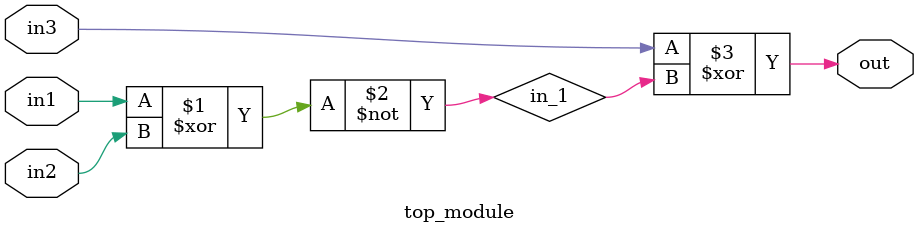
<source format=v>

module top_module (
    input in1,
    input in2,
    input in3,
    output out);
    
    wire in_1;

    assign in_1 = ~(in1^in2);
    assign out = (in3^in_1);
endmodule

</source>
